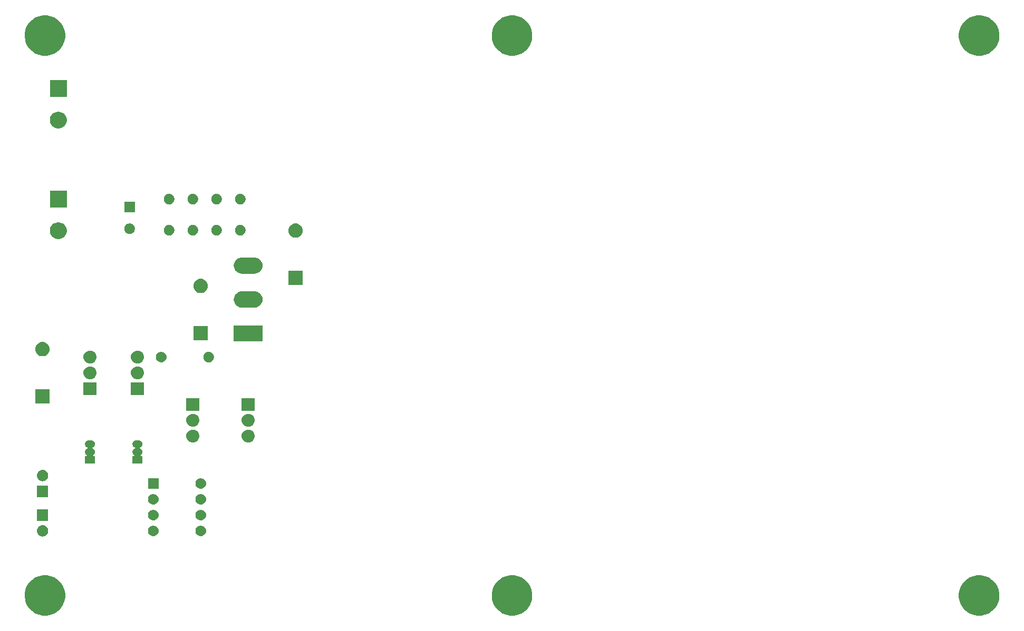
<source format=gbr>
G04 #@! TF.GenerationSoftware,KiCad,Pcbnew,(5.1.2)-1*
G04 #@! TF.CreationDate,2020-04-13T00:24:57+02:00*
G04 #@! TF.ProjectId,Plasma-PSU_PCB-B_Flyback-HV,506c6173-6d61-42d5-9053-555f5043422d,0.0.1*
G04 #@! TF.SameCoordinates,Original*
G04 #@! TF.FileFunction,Soldermask,Bot*
G04 #@! TF.FilePolarity,Negative*
%FSLAX46Y46*%
G04 Gerber Fmt 4.6, Leading zero omitted, Abs format (unit mm)*
G04 Created by KiCad (PCBNEW (5.1.2)-1) date 2020-04-13 00:24:57*
%MOMM*%
%LPD*%
G04 APERTURE LIST*
%ADD10C,0.100000*%
G04 APERTURE END LIST*
D10*
G36*
X205634239Y-141811467D02*
G01*
X205948282Y-141873934D01*
X206539926Y-142119001D01*
X207072392Y-142474784D01*
X207525216Y-142927608D01*
X207880999Y-143460074D01*
X208126066Y-144051718D01*
X208126066Y-144051719D01*
X208251000Y-144679803D01*
X208251000Y-145320197D01*
X208188533Y-145634239D01*
X208126066Y-145948282D01*
X207880999Y-146539926D01*
X207525216Y-147072392D01*
X207072392Y-147525216D01*
X206539926Y-147880999D01*
X205948282Y-148126066D01*
X205634239Y-148188533D01*
X205320197Y-148251000D01*
X204679803Y-148251000D01*
X204365761Y-148188533D01*
X204051718Y-148126066D01*
X203460074Y-147880999D01*
X202927608Y-147525216D01*
X202474784Y-147072392D01*
X202119001Y-146539926D01*
X201873934Y-145948282D01*
X201811467Y-145634239D01*
X201749000Y-145320197D01*
X201749000Y-144679803D01*
X201873934Y-144051719D01*
X201873934Y-144051718D01*
X202119001Y-143460074D01*
X202474784Y-142927608D01*
X202927608Y-142474784D01*
X203460074Y-142119001D01*
X204051718Y-141873934D01*
X204365761Y-141811467D01*
X204679803Y-141749000D01*
X205320197Y-141749000D01*
X205634239Y-141811467D01*
X205634239Y-141811467D01*
G37*
G36*
X130634239Y-141811467D02*
G01*
X130948282Y-141873934D01*
X131539926Y-142119001D01*
X132072392Y-142474784D01*
X132525216Y-142927608D01*
X132880999Y-143460074D01*
X133126066Y-144051718D01*
X133126066Y-144051719D01*
X133251000Y-144679803D01*
X133251000Y-145320197D01*
X133188533Y-145634239D01*
X133126066Y-145948282D01*
X132880999Y-146539926D01*
X132525216Y-147072392D01*
X132072392Y-147525216D01*
X131539926Y-147880999D01*
X130948282Y-148126066D01*
X130634239Y-148188533D01*
X130320197Y-148251000D01*
X129679803Y-148251000D01*
X129365761Y-148188533D01*
X129051718Y-148126066D01*
X128460074Y-147880999D01*
X127927608Y-147525216D01*
X127474784Y-147072392D01*
X127119001Y-146539926D01*
X126873934Y-145948282D01*
X126811467Y-145634239D01*
X126749000Y-145320197D01*
X126749000Y-144679803D01*
X126873934Y-144051719D01*
X126873934Y-144051718D01*
X127119001Y-143460074D01*
X127474784Y-142927608D01*
X127927608Y-142474784D01*
X128460074Y-142119001D01*
X129051718Y-141873934D01*
X129365761Y-141811467D01*
X129679803Y-141749000D01*
X130320197Y-141749000D01*
X130634239Y-141811467D01*
X130634239Y-141811467D01*
G37*
G36*
X55634239Y-141811467D02*
G01*
X55948282Y-141873934D01*
X56539926Y-142119001D01*
X57072392Y-142474784D01*
X57525216Y-142927608D01*
X57880999Y-143460074D01*
X58126066Y-144051718D01*
X58126066Y-144051719D01*
X58251000Y-144679803D01*
X58251000Y-145320197D01*
X58188533Y-145634239D01*
X58126066Y-145948282D01*
X57880999Y-146539926D01*
X57525216Y-147072392D01*
X57072392Y-147525216D01*
X56539926Y-147880999D01*
X55948282Y-148126066D01*
X55634239Y-148188533D01*
X55320197Y-148251000D01*
X54679803Y-148251000D01*
X54365761Y-148188533D01*
X54051718Y-148126066D01*
X53460074Y-147880999D01*
X52927608Y-147525216D01*
X52474784Y-147072392D01*
X52119001Y-146539926D01*
X51873934Y-145948282D01*
X51811467Y-145634239D01*
X51749000Y-145320197D01*
X51749000Y-144679803D01*
X51873934Y-144051719D01*
X51873934Y-144051718D01*
X52119001Y-143460074D01*
X52474784Y-142927608D01*
X52927608Y-142474784D01*
X53460074Y-142119001D01*
X54051718Y-141873934D01*
X54365761Y-141811467D01*
X54679803Y-141749000D01*
X55320197Y-141749000D01*
X55634239Y-141811467D01*
X55634239Y-141811467D01*
G37*
G36*
X54720443Y-133725519D02*
G01*
X54786627Y-133732037D01*
X54956466Y-133783557D01*
X55112991Y-133867222D01*
X55148729Y-133896552D01*
X55250186Y-133979814D01*
X55333448Y-134081271D01*
X55362778Y-134117009D01*
X55446443Y-134273534D01*
X55497963Y-134443373D01*
X55515359Y-134620000D01*
X55497963Y-134796627D01*
X55446443Y-134966466D01*
X55362778Y-135122991D01*
X55333448Y-135158729D01*
X55250186Y-135260186D01*
X55148729Y-135343448D01*
X55112991Y-135372778D01*
X54956466Y-135456443D01*
X54786627Y-135507963D01*
X54720443Y-135514481D01*
X54654260Y-135521000D01*
X54565740Y-135521000D01*
X54499557Y-135514481D01*
X54433373Y-135507963D01*
X54263534Y-135456443D01*
X54107009Y-135372778D01*
X54071271Y-135343448D01*
X53969814Y-135260186D01*
X53886552Y-135158729D01*
X53857222Y-135122991D01*
X53773557Y-134966466D01*
X53722037Y-134796627D01*
X53704641Y-134620000D01*
X53722037Y-134443373D01*
X53773557Y-134273534D01*
X53857222Y-134117009D01*
X53886552Y-134081271D01*
X53969814Y-133979814D01*
X54071271Y-133896552D01*
X54107009Y-133867222D01*
X54263534Y-133783557D01*
X54433373Y-133732037D01*
X54499557Y-133725519D01*
X54565740Y-133719000D01*
X54654260Y-133719000D01*
X54720443Y-133725519D01*
X54720443Y-133725519D01*
G37*
G36*
X80176823Y-133781313D02*
G01*
X80337242Y-133829976D01*
X80406922Y-133867221D01*
X80485078Y-133908996D01*
X80614659Y-134015341D01*
X80721004Y-134144922D01*
X80721005Y-134144924D01*
X80800024Y-134292758D01*
X80848687Y-134453177D01*
X80865117Y-134620000D01*
X80848687Y-134786823D01*
X80800024Y-134947242D01*
X80789747Y-134966468D01*
X80721004Y-135095078D01*
X80614659Y-135224659D01*
X80485078Y-135331004D01*
X80485076Y-135331005D01*
X80337242Y-135410024D01*
X80176823Y-135458687D01*
X80051804Y-135471000D01*
X79968196Y-135471000D01*
X79843177Y-135458687D01*
X79682758Y-135410024D01*
X79534924Y-135331005D01*
X79534922Y-135331004D01*
X79405341Y-135224659D01*
X79298996Y-135095078D01*
X79230253Y-134966468D01*
X79219976Y-134947242D01*
X79171313Y-134786823D01*
X79154883Y-134620000D01*
X79171313Y-134453177D01*
X79219976Y-134292758D01*
X79298995Y-134144924D01*
X79298996Y-134144922D01*
X79405341Y-134015341D01*
X79534922Y-133908996D01*
X79613078Y-133867221D01*
X79682758Y-133829976D01*
X79843177Y-133781313D01*
X79968196Y-133769000D01*
X80051804Y-133769000D01*
X80176823Y-133781313D01*
X80176823Y-133781313D01*
G37*
G36*
X72556823Y-133781313D02*
G01*
X72717242Y-133829976D01*
X72786922Y-133867221D01*
X72865078Y-133908996D01*
X72994659Y-134015341D01*
X73101004Y-134144922D01*
X73101005Y-134144924D01*
X73180024Y-134292758D01*
X73228687Y-134453177D01*
X73245117Y-134620000D01*
X73228687Y-134786823D01*
X73180024Y-134947242D01*
X73169747Y-134966468D01*
X73101004Y-135095078D01*
X72994659Y-135224659D01*
X72865078Y-135331004D01*
X72865076Y-135331005D01*
X72717242Y-135410024D01*
X72556823Y-135458687D01*
X72431804Y-135471000D01*
X72348196Y-135471000D01*
X72223177Y-135458687D01*
X72062758Y-135410024D01*
X71914924Y-135331005D01*
X71914922Y-135331004D01*
X71785341Y-135224659D01*
X71678996Y-135095078D01*
X71610253Y-134966468D01*
X71599976Y-134947242D01*
X71551313Y-134786823D01*
X71534883Y-134620000D01*
X71551313Y-134453177D01*
X71599976Y-134292758D01*
X71678995Y-134144924D01*
X71678996Y-134144922D01*
X71785341Y-134015341D01*
X71914922Y-133908996D01*
X71993078Y-133867221D01*
X72062758Y-133829976D01*
X72223177Y-133781313D01*
X72348196Y-133769000D01*
X72431804Y-133769000D01*
X72556823Y-133781313D01*
X72556823Y-133781313D01*
G37*
G36*
X55511000Y-132981000D02*
G01*
X53709000Y-132981000D01*
X53709000Y-131179000D01*
X55511000Y-131179000D01*
X55511000Y-132981000D01*
X55511000Y-132981000D01*
G37*
G36*
X80176823Y-131241313D02*
G01*
X80337242Y-131289976D01*
X80469906Y-131360886D01*
X80485078Y-131368996D01*
X80614659Y-131475341D01*
X80721004Y-131604922D01*
X80721005Y-131604924D01*
X80800024Y-131752758D01*
X80848687Y-131913177D01*
X80865117Y-132080000D01*
X80848687Y-132246823D01*
X80800024Y-132407242D01*
X80729114Y-132539906D01*
X80721004Y-132555078D01*
X80614659Y-132684659D01*
X80485078Y-132791004D01*
X80485076Y-132791005D01*
X80337242Y-132870024D01*
X80176823Y-132918687D01*
X80051804Y-132931000D01*
X79968196Y-132931000D01*
X79843177Y-132918687D01*
X79682758Y-132870024D01*
X79534924Y-132791005D01*
X79534922Y-132791004D01*
X79405341Y-132684659D01*
X79298996Y-132555078D01*
X79290886Y-132539906D01*
X79219976Y-132407242D01*
X79171313Y-132246823D01*
X79154883Y-132080000D01*
X79171313Y-131913177D01*
X79219976Y-131752758D01*
X79298995Y-131604924D01*
X79298996Y-131604922D01*
X79405341Y-131475341D01*
X79534922Y-131368996D01*
X79550094Y-131360886D01*
X79682758Y-131289976D01*
X79843177Y-131241313D01*
X79968196Y-131229000D01*
X80051804Y-131229000D01*
X80176823Y-131241313D01*
X80176823Y-131241313D01*
G37*
G36*
X72556823Y-131241313D02*
G01*
X72717242Y-131289976D01*
X72849906Y-131360886D01*
X72865078Y-131368996D01*
X72994659Y-131475341D01*
X73101004Y-131604922D01*
X73101005Y-131604924D01*
X73180024Y-131752758D01*
X73228687Y-131913177D01*
X73245117Y-132080000D01*
X73228687Y-132246823D01*
X73180024Y-132407242D01*
X73109114Y-132539906D01*
X73101004Y-132555078D01*
X72994659Y-132684659D01*
X72865078Y-132791004D01*
X72865076Y-132791005D01*
X72717242Y-132870024D01*
X72556823Y-132918687D01*
X72431804Y-132931000D01*
X72348196Y-132931000D01*
X72223177Y-132918687D01*
X72062758Y-132870024D01*
X71914924Y-132791005D01*
X71914922Y-132791004D01*
X71785341Y-132684659D01*
X71678996Y-132555078D01*
X71670886Y-132539906D01*
X71599976Y-132407242D01*
X71551313Y-132246823D01*
X71534883Y-132080000D01*
X71551313Y-131913177D01*
X71599976Y-131752758D01*
X71678995Y-131604924D01*
X71678996Y-131604922D01*
X71785341Y-131475341D01*
X71914922Y-131368996D01*
X71930094Y-131360886D01*
X72062758Y-131289976D01*
X72223177Y-131241313D01*
X72348196Y-131229000D01*
X72431804Y-131229000D01*
X72556823Y-131241313D01*
X72556823Y-131241313D01*
G37*
G36*
X80176823Y-128701313D02*
G01*
X80337242Y-128749976D01*
X80469906Y-128820886D01*
X80485078Y-128828996D01*
X80614659Y-128935341D01*
X80721004Y-129064922D01*
X80721005Y-129064924D01*
X80800024Y-129212758D01*
X80848687Y-129373177D01*
X80865117Y-129540000D01*
X80848687Y-129706823D01*
X80800024Y-129867242D01*
X80729114Y-129999906D01*
X80721004Y-130015078D01*
X80614659Y-130144659D01*
X80485078Y-130251004D01*
X80485076Y-130251005D01*
X80337242Y-130330024D01*
X80176823Y-130378687D01*
X80051804Y-130391000D01*
X79968196Y-130391000D01*
X79843177Y-130378687D01*
X79682758Y-130330024D01*
X79534924Y-130251005D01*
X79534922Y-130251004D01*
X79405341Y-130144659D01*
X79298996Y-130015078D01*
X79290886Y-129999906D01*
X79219976Y-129867242D01*
X79171313Y-129706823D01*
X79154883Y-129540000D01*
X79171313Y-129373177D01*
X79219976Y-129212758D01*
X79298995Y-129064924D01*
X79298996Y-129064922D01*
X79405341Y-128935341D01*
X79534922Y-128828996D01*
X79550094Y-128820886D01*
X79682758Y-128749976D01*
X79843177Y-128701313D01*
X79968196Y-128689000D01*
X80051804Y-128689000D01*
X80176823Y-128701313D01*
X80176823Y-128701313D01*
G37*
G36*
X72556823Y-128701313D02*
G01*
X72717242Y-128749976D01*
X72849906Y-128820886D01*
X72865078Y-128828996D01*
X72994659Y-128935341D01*
X73101004Y-129064922D01*
X73101005Y-129064924D01*
X73180024Y-129212758D01*
X73228687Y-129373177D01*
X73245117Y-129540000D01*
X73228687Y-129706823D01*
X73180024Y-129867242D01*
X73109114Y-129999906D01*
X73101004Y-130015078D01*
X72994659Y-130144659D01*
X72865078Y-130251004D01*
X72865076Y-130251005D01*
X72717242Y-130330024D01*
X72556823Y-130378687D01*
X72431804Y-130391000D01*
X72348196Y-130391000D01*
X72223177Y-130378687D01*
X72062758Y-130330024D01*
X71914924Y-130251005D01*
X71914922Y-130251004D01*
X71785341Y-130144659D01*
X71678996Y-130015078D01*
X71670886Y-129999906D01*
X71599976Y-129867242D01*
X71551313Y-129706823D01*
X71534883Y-129540000D01*
X71551313Y-129373177D01*
X71599976Y-129212758D01*
X71678995Y-129064924D01*
X71678996Y-129064922D01*
X71785341Y-128935341D01*
X71914922Y-128828996D01*
X71930094Y-128820886D01*
X72062758Y-128749976D01*
X72223177Y-128701313D01*
X72348196Y-128689000D01*
X72431804Y-128689000D01*
X72556823Y-128701313D01*
X72556823Y-128701313D01*
G37*
G36*
X55511000Y-129171000D02*
G01*
X53709000Y-129171000D01*
X53709000Y-127369000D01*
X55511000Y-127369000D01*
X55511000Y-129171000D01*
X55511000Y-129171000D01*
G37*
G36*
X80176823Y-126161313D02*
G01*
X80337242Y-126209976D01*
X80469906Y-126280886D01*
X80485078Y-126288996D01*
X80614659Y-126395341D01*
X80721004Y-126524922D01*
X80721005Y-126524924D01*
X80800024Y-126672758D01*
X80848687Y-126833177D01*
X80865117Y-127000000D01*
X80848687Y-127166823D01*
X80800024Y-127327242D01*
X80729114Y-127459906D01*
X80721004Y-127475078D01*
X80614659Y-127604659D01*
X80485078Y-127711004D01*
X80485076Y-127711005D01*
X80337242Y-127790024D01*
X80176823Y-127838687D01*
X80051804Y-127851000D01*
X79968196Y-127851000D01*
X79843177Y-127838687D01*
X79682758Y-127790024D01*
X79534924Y-127711005D01*
X79534922Y-127711004D01*
X79405341Y-127604659D01*
X79298996Y-127475078D01*
X79290886Y-127459906D01*
X79219976Y-127327242D01*
X79171313Y-127166823D01*
X79154883Y-127000000D01*
X79171313Y-126833177D01*
X79219976Y-126672758D01*
X79298995Y-126524924D01*
X79298996Y-126524922D01*
X79405341Y-126395341D01*
X79534922Y-126288996D01*
X79550094Y-126280886D01*
X79682758Y-126209976D01*
X79843177Y-126161313D01*
X79968196Y-126149000D01*
X80051804Y-126149000D01*
X80176823Y-126161313D01*
X80176823Y-126161313D01*
G37*
G36*
X73241000Y-127851000D02*
G01*
X71539000Y-127851000D01*
X71539000Y-126149000D01*
X73241000Y-126149000D01*
X73241000Y-127851000D01*
X73241000Y-127851000D01*
G37*
G36*
X54720443Y-124835519D02*
G01*
X54786627Y-124842037D01*
X54956466Y-124893557D01*
X55112991Y-124977222D01*
X55148729Y-125006552D01*
X55250186Y-125089814D01*
X55333448Y-125191271D01*
X55362778Y-125227009D01*
X55446443Y-125383534D01*
X55497963Y-125553373D01*
X55515359Y-125730000D01*
X55497963Y-125906627D01*
X55446443Y-126076466D01*
X55362778Y-126232991D01*
X55333448Y-126268729D01*
X55250186Y-126370186D01*
X55148729Y-126453448D01*
X55112991Y-126482778D01*
X54956466Y-126566443D01*
X54786627Y-126617963D01*
X54720442Y-126624482D01*
X54654260Y-126631000D01*
X54565740Y-126631000D01*
X54499558Y-126624482D01*
X54433373Y-126617963D01*
X54263534Y-126566443D01*
X54107009Y-126482778D01*
X54071271Y-126453448D01*
X53969814Y-126370186D01*
X53886552Y-126268729D01*
X53857222Y-126232991D01*
X53773557Y-126076466D01*
X53722037Y-125906627D01*
X53704641Y-125730000D01*
X53722037Y-125553373D01*
X53773557Y-125383534D01*
X53857222Y-125227009D01*
X53886552Y-125191271D01*
X53969814Y-125089814D01*
X54071271Y-125006552D01*
X54107009Y-124977222D01*
X54263534Y-124893557D01*
X54433373Y-124842037D01*
X54499557Y-124835519D01*
X54565740Y-124829000D01*
X54654260Y-124829000D01*
X54720443Y-124835519D01*
X54720443Y-124835519D01*
G37*
G36*
X62567916Y-120082334D02*
G01*
X62676492Y-120115271D01*
X62676495Y-120115272D01*
X62712601Y-120134571D01*
X62776557Y-120168756D01*
X62864264Y-120240736D01*
X62936244Y-120328443D01*
X62957911Y-120368980D01*
X62989728Y-120428505D01*
X62989729Y-120428508D01*
X63022666Y-120537084D01*
X63033787Y-120650000D01*
X63022666Y-120762916D01*
X62989729Y-120871492D01*
X62989728Y-120871495D01*
X62970429Y-120907601D01*
X62936244Y-120971557D01*
X62864264Y-121059264D01*
X62776557Y-121131244D01*
X62695141Y-121174761D01*
X62674766Y-121188375D01*
X62657439Y-121205702D01*
X62643826Y-121226076D01*
X62634448Y-121248715D01*
X62629668Y-121272748D01*
X62629668Y-121297252D01*
X62634448Y-121321285D01*
X62643826Y-121343924D01*
X62657440Y-121364299D01*
X62674767Y-121381626D01*
X62695141Y-121395239D01*
X62776557Y-121438756D01*
X62864264Y-121510736D01*
X62936244Y-121598443D01*
X62970429Y-121662399D01*
X62989728Y-121698505D01*
X62989729Y-121698508D01*
X63022666Y-121807084D01*
X63033787Y-121920000D01*
X63022666Y-122032916D01*
X62989729Y-122141492D01*
X62989728Y-122141495D01*
X62970429Y-122177601D01*
X62936244Y-122241557D01*
X62864264Y-122329264D01*
X62787354Y-122392383D01*
X62770035Y-122409702D01*
X62756421Y-122430077D01*
X62747043Y-122452716D01*
X62742263Y-122476749D01*
X62742263Y-122501253D01*
X62747043Y-122525286D01*
X62756421Y-122547925D01*
X62770034Y-122568299D01*
X62787361Y-122585626D01*
X62807736Y-122599240D01*
X62830375Y-122608618D01*
X62854408Y-122613398D01*
X62866660Y-122614000D01*
X63031000Y-122614000D01*
X63031000Y-123766000D01*
X61429000Y-123766000D01*
X61429000Y-122614000D01*
X61593340Y-122614000D01*
X61617726Y-122611598D01*
X61641175Y-122604485D01*
X61662786Y-122592934D01*
X61681728Y-122577389D01*
X61697273Y-122558447D01*
X61708824Y-122536836D01*
X61715937Y-122513387D01*
X61718339Y-122489001D01*
X61715937Y-122464615D01*
X61708824Y-122441166D01*
X61697273Y-122419555D01*
X61681728Y-122400613D01*
X61672655Y-122392391D01*
X61595736Y-122329264D01*
X61523756Y-122241557D01*
X61489571Y-122177601D01*
X61470272Y-122141495D01*
X61470271Y-122141492D01*
X61437334Y-122032916D01*
X61426213Y-121920000D01*
X61437334Y-121807084D01*
X61470271Y-121698508D01*
X61470272Y-121698505D01*
X61489571Y-121662399D01*
X61523756Y-121598443D01*
X61595736Y-121510736D01*
X61683443Y-121438756D01*
X61764859Y-121395239D01*
X61785234Y-121381625D01*
X61802561Y-121364298D01*
X61816174Y-121343924D01*
X61825552Y-121321285D01*
X61830332Y-121297252D01*
X61830332Y-121272748D01*
X61825552Y-121248715D01*
X61816174Y-121226076D01*
X61802560Y-121205701D01*
X61785233Y-121188374D01*
X61764859Y-121174761D01*
X61683443Y-121131244D01*
X61595736Y-121059264D01*
X61523756Y-120971557D01*
X61489571Y-120907601D01*
X61470272Y-120871495D01*
X61470271Y-120871492D01*
X61437334Y-120762916D01*
X61426213Y-120650000D01*
X61437334Y-120537084D01*
X61470271Y-120428508D01*
X61470272Y-120428505D01*
X61502089Y-120368980D01*
X61523756Y-120328443D01*
X61595736Y-120240736D01*
X61683443Y-120168756D01*
X61747399Y-120134571D01*
X61783505Y-120115272D01*
X61783508Y-120115271D01*
X61892084Y-120082334D01*
X61976702Y-120074000D01*
X62483298Y-120074000D01*
X62567916Y-120082334D01*
X62567916Y-120082334D01*
G37*
G36*
X70187916Y-120082334D02*
G01*
X70296492Y-120115271D01*
X70296495Y-120115272D01*
X70332601Y-120134571D01*
X70396557Y-120168756D01*
X70484264Y-120240736D01*
X70556244Y-120328443D01*
X70577911Y-120368980D01*
X70609728Y-120428505D01*
X70609729Y-120428508D01*
X70642666Y-120537084D01*
X70653787Y-120650000D01*
X70642666Y-120762916D01*
X70609729Y-120871492D01*
X70609728Y-120871495D01*
X70590429Y-120907601D01*
X70556244Y-120971557D01*
X70484264Y-121059264D01*
X70396557Y-121131244D01*
X70315141Y-121174761D01*
X70294766Y-121188375D01*
X70277439Y-121205702D01*
X70263826Y-121226076D01*
X70254448Y-121248715D01*
X70249668Y-121272748D01*
X70249668Y-121297252D01*
X70254448Y-121321285D01*
X70263826Y-121343924D01*
X70277440Y-121364299D01*
X70294767Y-121381626D01*
X70315141Y-121395239D01*
X70396557Y-121438756D01*
X70484264Y-121510736D01*
X70556244Y-121598443D01*
X70590429Y-121662399D01*
X70609728Y-121698505D01*
X70609729Y-121698508D01*
X70642666Y-121807084D01*
X70653787Y-121920000D01*
X70642666Y-122032916D01*
X70609729Y-122141492D01*
X70609728Y-122141495D01*
X70590429Y-122177601D01*
X70556244Y-122241557D01*
X70484264Y-122329264D01*
X70407354Y-122392383D01*
X70390035Y-122409702D01*
X70376421Y-122430077D01*
X70367043Y-122452716D01*
X70362263Y-122476749D01*
X70362263Y-122501253D01*
X70367043Y-122525286D01*
X70376421Y-122547925D01*
X70390034Y-122568299D01*
X70407361Y-122585626D01*
X70427736Y-122599240D01*
X70450375Y-122608618D01*
X70474408Y-122613398D01*
X70486660Y-122614000D01*
X70651000Y-122614000D01*
X70651000Y-123766000D01*
X69049000Y-123766000D01*
X69049000Y-122614000D01*
X69213340Y-122614000D01*
X69237726Y-122611598D01*
X69261175Y-122604485D01*
X69282786Y-122592934D01*
X69301728Y-122577389D01*
X69317273Y-122558447D01*
X69328824Y-122536836D01*
X69335937Y-122513387D01*
X69338339Y-122489001D01*
X69335937Y-122464615D01*
X69328824Y-122441166D01*
X69317273Y-122419555D01*
X69301728Y-122400613D01*
X69292655Y-122392391D01*
X69215736Y-122329264D01*
X69143756Y-122241557D01*
X69109571Y-122177601D01*
X69090272Y-122141495D01*
X69090271Y-122141492D01*
X69057334Y-122032916D01*
X69046213Y-121920000D01*
X69057334Y-121807084D01*
X69090271Y-121698508D01*
X69090272Y-121698505D01*
X69109571Y-121662399D01*
X69143756Y-121598443D01*
X69215736Y-121510736D01*
X69303443Y-121438756D01*
X69384859Y-121395239D01*
X69405234Y-121381625D01*
X69422561Y-121364298D01*
X69436174Y-121343924D01*
X69445552Y-121321285D01*
X69450332Y-121297252D01*
X69450332Y-121272748D01*
X69445552Y-121248715D01*
X69436174Y-121226076D01*
X69422560Y-121205701D01*
X69405233Y-121188374D01*
X69384859Y-121174761D01*
X69303443Y-121131244D01*
X69215736Y-121059264D01*
X69143756Y-120971557D01*
X69109571Y-120907601D01*
X69090272Y-120871495D01*
X69090271Y-120871492D01*
X69057334Y-120762916D01*
X69046213Y-120650000D01*
X69057334Y-120537084D01*
X69090271Y-120428508D01*
X69090272Y-120428505D01*
X69122089Y-120368980D01*
X69143756Y-120328443D01*
X69215736Y-120240736D01*
X69303443Y-120168756D01*
X69367399Y-120134571D01*
X69403505Y-120115272D01*
X69403508Y-120115271D01*
X69512084Y-120082334D01*
X69596702Y-120074000D01*
X70103298Y-120074000D01*
X70187916Y-120082334D01*
X70187916Y-120082334D01*
G37*
G36*
X87775936Y-118381340D02*
G01*
X87874220Y-118391020D01*
X88063381Y-118448401D01*
X88237712Y-118541583D01*
X88390515Y-118666985D01*
X88515917Y-118819788D01*
X88609099Y-118994119D01*
X88666480Y-119183280D01*
X88685855Y-119380000D01*
X88666480Y-119576720D01*
X88609099Y-119765881D01*
X88515917Y-119940212D01*
X88390515Y-120093015D01*
X88237712Y-120218417D01*
X88063381Y-120311599D01*
X87874220Y-120368980D01*
X87775936Y-120378660D01*
X87726795Y-120383500D01*
X87533205Y-120383500D01*
X87484064Y-120378660D01*
X87385780Y-120368980D01*
X87196619Y-120311599D01*
X87022288Y-120218417D01*
X86869485Y-120093015D01*
X86744083Y-119940212D01*
X86650901Y-119765881D01*
X86593520Y-119576720D01*
X86574145Y-119380000D01*
X86593520Y-119183280D01*
X86650901Y-118994119D01*
X86744083Y-118819788D01*
X86869485Y-118666985D01*
X87022288Y-118541583D01*
X87196619Y-118448401D01*
X87385780Y-118391020D01*
X87484064Y-118381340D01*
X87533205Y-118376500D01*
X87726795Y-118376500D01*
X87775936Y-118381340D01*
X87775936Y-118381340D01*
G37*
G36*
X78885936Y-118381340D02*
G01*
X78984220Y-118391020D01*
X79173381Y-118448401D01*
X79347712Y-118541583D01*
X79500515Y-118666985D01*
X79625917Y-118819788D01*
X79719099Y-118994119D01*
X79776480Y-119183280D01*
X79795855Y-119380000D01*
X79776480Y-119576720D01*
X79719099Y-119765881D01*
X79625917Y-119940212D01*
X79500515Y-120093015D01*
X79347712Y-120218417D01*
X79173381Y-120311599D01*
X78984220Y-120368980D01*
X78885936Y-120378660D01*
X78836795Y-120383500D01*
X78643205Y-120383500D01*
X78594064Y-120378660D01*
X78495780Y-120368980D01*
X78306619Y-120311599D01*
X78132288Y-120218417D01*
X77979485Y-120093015D01*
X77854083Y-119940212D01*
X77760901Y-119765881D01*
X77703520Y-119576720D01*
X77684145Y-119380000D01*
X77703520Y-119183280D01*
X77760901Y-118994119D01*
X77854083Y-118819788D01*
X77979485Y-118666985D01*
X78132288Y-118541583D01*
X78306619Y-118448401D01*
X78495780Y-118391020D01*
X78594064Y-118381340D01*
X78643205Y-118376500D01*
X78836795Y-118376500D01*
X78885936Y-118381340D01*
X78885936Y-118381340D01*
G37*
G36*
X78885936Y-115841340D02*
G01*
X78984220Y-115851020D01*
X79173381Y-115908401D01*
X79347712Y-116001583D01*
X79500515Y-116126985D01*
X79625917Y-116279788D01*
X79719099Y-116454119D01*
X79776480Y-116643280D01*
X79795855Y-116840000D01*
X79776480Y-117036720D01*
X79719099Y-117225881D01*
X79625917Y-117400212D01*
X79500515Y-117553015D01*
X79347712Y-117678417D01*
X79173381Y-117771599D01*
X78984220Y-117828980D01*
X78885936Y-117838660D01*
X78836795Y-117843500D01*
X78643205Y-117843500D01*
X78594064Y-117838660D01*
X78495780Y-117828980D01*
X78306619Y-117771599D01*
X78132288Y-117678417D01*
X77979485Y-117553015D01*
X77854083Y-117400212D01*
X77760901Y-117225881D01*
X77703520Y-117036720D01*
X77684145Y-116840000D01*
X77703520Y-116643280D01*
X77760901Y-116454119D01*
X77854083Y-116279788D01*
X77979485Y-116126985D01*
X78132288Y-116001583D01*
X78306619Y-115908401D01*
X78495780Y-115851020D01*
X78594064Y-115841340D01*
X78643205Y-115836500D01*
X78836795Y-115836500D01*
X78885936Y-115841340D01*
X78885936Y-115841340D01*
G37*
G36*
X87775936Y-115841340D02*
G01*
X87874220Y-115851020D01*
X88063381Y-115908401D01*
X88237712Y-116001583D01*
X88390515Y-116126985D01*
X88515917Y-116279788D01*
X88609099Y-116454119D01*
X88666480Y-116643280D01*
X88685855Y-116840000D01*
X88666480Y-117036720D01*
X88609099Y-117225881D01*
X88515917Y-117400212D01*
X88390515Y-117553015D01*
X88237712Y-117678417D01*
X88063381Y-117771599D01*
X87874220Y-117828980D01*
X87775936Y-117838660D01*
X87726795Y-117843500D01*
X87533205Y-117843500D01*
X87484064Y-117838660D01*
X87385780Y-117828980D01*
X87196619Y-117771599D01*
X87022288Y-117678417D01*
X86869485Y-117553015D01*
X86744083Y-117400212D01*
X86650901Y-117225881D01*
X86593520Y-117036720D01*
X86574145Y-116840000D01*
X86593520Y-116643280D01*
X86650901Y-116454119D01*
X86744083Y-116279788D01*
X86869485Y-116126985D01*
X87022288Y-116001583D01*
X87196619Y-115908401D01*
X87385780Y-115851020D01*
X87484064Y-115841340D01*
X87533205Y-115836500D01*
X87726795Y-115836500D01*
X87775936Y-115841340D01*
X87775936Y-115841340D01*
G37*
G36*
X88681000Y-115303500D02*
G01*
X86579000Y-115303500D01*
X86579000Y-113296500D01*
X88681000Y-113296500D01*
X88681000Y-115303500D01*
X88681000Y-115303500D01*
G37*
G36*
X79791000Y-115303500D02*
G01*
X77689000Y-115303500D01*
X77689000Y-113296500D01*
X79791000Y-113296500D01*
X79791000Y-115303500D01*
X79791000Y-115303500D01*
G37*
G36*
X55761000Y-114181000D02*
G01*
X53459000Y-114181000D01*
X53459000Y-111879000D01*
X55761000Y-111879000D01*
X55761000Y-114181000D01*
X55761000Y-114181000D01*
G37*
G36*
X63281000Y-112763500D02*
G01*
X61179000Y-112763500D01*
X61179000Y-110756500D01*
X63281000Y-110756500D01*
X63281000Y-112763500D01*
X63281000Y-112763500D01*
G37*
G36*
X70901000Y-112763500D02*
G01*
X68799000Y-112763500D01*
X68799000Y-110756500D01*
X70901000Y-110756500D01*
X70901000Y-112763500D01*
X70901000Y-112763500D01*
G37*
G36*
X62375936Y-108221340D02*
G01*
X62474220Y-108231020D01*
X62663381Y-108288401D01*
X62837712Y-108381583D01*
X62990515Y-108506985D01*
X63115917Y-108659788D01*
X63209099Y-108834119D01*
X63266480Y-109023280D01*
X63285855Y-109220000D01*
X63266480Y-109416720D01*
X63209099Y-109605881D01*
X63115917Y-109780212D01*
X62990515Y-109933015D01*
X62837712Y-110058417D01*
X62663381Y-110151599D01*
X62474220Y-110208980D01*
X62375936Y-110218660D01*
X62326795Y-110223500D01*
X62133205Y-110223500D01*
X62084064Y-110218660D01*
X61985780Y-110208980D01*
X61796619Y-110151599D01*
X61622288Y-110058417D01*
X61469485Y-109933015D01*
X61344083Y-109780212D01*
X61250901Y-109605881D01*
X61193520Y-109416720D01*
X61174145Y-109220000D01*
X61193520Y-109023280D01*
X61250901Y-108834119D01*
X61344083Y-108659788D01*
X61469485Y-108506985D01*
X61622288Y-108381583D01*
X61796619Y-108288401D01*
X61985780Y-108231020D01*
X62084064Y-108221340D01*
X62133205Y-108216500D01*
X62326795Y-108216500D01*
X62375936Y-108221340D01*
X62375936Y-108221340D01*
G37*
G36*
X69995936Y-108221340D02*
G01*
X70094220Y-108231020D01*
X70283381Y-108288401D01*
X70457712Y-108381583D01*
X70610515Y-108506985D01*
X70735917Y-108659788D01*
X70829099Y-108834119D01*
X70886480Y-109023280D01*
X70905855Y-109220000D01*
X70886480Y-109416720D01*
X70829099Y-109605881D01*
X70735917Y-109780212D01*
X70610515Y-109933015D01*
X70457712Y-110058417D01*
X70283381Y-110151599D01*
X70094220Y-110208980D01*
X69995936Y-110218660D01*
X69946795Y-110223500D01*
X69753205Y-110223500D01*
X69704064Y-110218660D01*
X69605780Y-110208980D01*
X69416619Y-110151599D01*
X69242288Y-110058417D01*
X69089485Y-109933015D01*
X68964083Y-109780212D01*
X68870901Y-109605881D01*
X68813520Y-109416720D01*
X68794145Y-109220000D01*
X68813520Y-109023280D01*
X68870901Y-108834119D01*
X68964083Y-108659788D01*
X69089485Y-108506985D01*
X69242288Y-108381583D01*
X69416619Y-108288401D01*
X69605780Y-108231020D01*
X69704064Y-108221340D01*
X69753205Y-108216500D01*
X69946795Y-108216500D01*
X69995936Y-108221340D01*
X69995936Y-108221340D01*
G37*
G36*
X62375936Y-105681340D02*
G01*
X62474220Y-105691020D01*
X62663381Y-105748401D01*
X62837712Y-105841583D01*
X62990515Y-105966985D01*
X63115917Y-106119788D01*
X63209099Y-106294119D01*
X63266480Y-106483280D01*
X63285855Y-106680000D01*
X63266480Y-106876720D01*
X63209099Y-107065881D01*
X63115917Y-107240212D01*
X62990515Y-107393015D01*
X62837712Y-107518417D01*
X62663381Y-107611599D01*
X62474220Y-107668980D01*
X62375936Y-107678660D01*
X62326795Y-107683500D01*
X62133205Y-107683500D01*
X62084064Y-107678660D01*
X61985780Y-107668980D01*
X61796619Y-107611599D01*
X61622288Y-107518417D01*
X61469485Y-107393015D01*
X61344083Y-107240212D01*
X61250901Y-107065881D01*
X61193520Y-106876720D01*
X61174145Y-106680000D01*
X61193520Y-106483280D01*
X61250901Y-106294119D01*
X61344083Y-106119788D01*
X61469485Y-105966985D01*
X61622288Y-105841583D01*
X61796619Y-105748401D01*
X61985780Y-105691020D01*
X62084064Y-105681340D01*
X62133205Y-105676500D01*
X62326795Y-105676500D01*
X62375936Y-105681340D01*
X62375936Y-105681340D01*
G37*
G36*
X69995936Y-105681340D02*
G01*
X70094220Y-105691020D01*
X70283381Y-105748401D01*
X70457712Y-105841583D01*
X70610515Y-105966985D01*
X70735917Y-106119788D01*
X70829099Y-106294119D01*
X70886480Y-106483280D01*
X70905855Y-106680000D01*
X70886480Y-106876720D01*
X70829099Y-107065881D01*
X70735917Y-107240212D01*
X70610515Y-107393015D01*
X70457712Y-107518417D01*
X70283381Y-107611599D01*
X70094220Y-107668980D01*
X69995936Y-107678660D01*
X69946795Y-107683500D01*
X69753205Y-107683500D01*
X69704064Y-107678660D01*
X69605780Y-107668980D01*
X69416619Y-107611599D01*
X69242288Y-107518417D01*
X69089485Y-107393015D01*
X68964083Y-107240212D01*
X68870901Y-107065881D01*
X68813520Y-106876720D01*
X68794145Y-106680000D01*
X68813520Y-106483280D01*
X68870901Y-106294119D01*
X68964083Y-106119788D01*
X69089485Y-105966985D01*
X69242288Y-105841583D01*
X69416619Y-105748401D01*
X69605780Y-105691020D01*
X69704064Y-105681340D01*
X69753205Y-105676500D01*
X69946795Y-105676500D01*
X69995936Y-105681340D01*
X69995936Y-105681340D01*
G37*
G36*
X73826823Y-105841313D02*
G01*
X73987242Y-105889976D01*
X74054361Y-105925852D01*
X74135078Y-105968996D01*
X74264659Y-106075341D01*
X74371004Y-106204922D01*
X74371005Y-106204924D01*
X74450024Y-106352758D01*
X74450025Y-106352761D01*
X74455756Y-106371653D01*
X74498687Y-106513177D01*
X74515117Y-106680000D01*
X74498687Y-106846823D01*
X74450024Y-107007242D01*
X74409477Y-107083100D01*
X74371004Y-107155078D01*
X74264659Y-107284659D01*
X74135078Y-107391004D01*
X74135076Y-107391005D01*
X73987242Y-107470024D01*
X73826823Y-107518687D01*
X73701804Y-107531000D01*
X73618196Y-107531000D01*
X73493177Y-107518687D01*
X73332758Y-107470024D01*
X73184924Y-107391005D01*
X73184922Y-107391004D01*
X73055341Y-107284659D01*
X72948996Y-107155078D01*
X72910523Y-107083100D01*
X72869976Y-107007242D01*
X72821313Y-106846823D01*
X72804883Y-106680000D01*
X72821313Y-106513177D01*
X72864244Y-106371653D01*
X72869975Y-106352761D01*
X72869976Y-106352758D01*
X72948995Y-106204924D01*
X72948996Y-106204922D01*
X73055341Y-106075341D01*
X73184922Y-105968996D01*
X73265639Y-105925852D01*
X73332758Y-105889976D01*
X73493177Y-105841313D01*
X73618196Y-105829000D01*
X73701804Y-105829000D01*
X73826823Y-105841313D01*
X73826823Y-105841313D01*
G37*
G36*
X81528228Y-105861703D02*
G01*
X81683100Y-105925853D01*
X81822481Y-106018985D01*
X81941015Y-106137519D01*
X82034147Y-106276900D01*
X82098297Y-106431772D01*
X82131000Y-106596184D01*
X82131000Y-106763816D01*
X82098297Y-106928228D01*
X82034147Y-107083100D01*
X81941015Y-107222481D01*
X81822481Y-107341015D01*
X81683100Y-107434147D01*
X81528228Y-107498297D01*
X81363816Y-107531000D01*
X81196184Y-107531000D01*
X81031772Y-107498297D01*
X80876900Y-107434147D01*
X80737519Y-107341015D01*
X80618985Y-107222481D01*
X80525853Y-107083100D01*
X80461703Y-106928228D01*
X80429000Y-106763816D01*
X80429000Y-106596184D01*
X80461703Y-106431772D01*
X80525853Y-106276900D01*
X80618985Y-106137519D01*
X80737519Y-106018985D01*
X80876900Y-105925853D01*
X81031772Y-105861703D01*
X81196184Y-105829000D01*
X81363816Y-105829000D01*
X81528228Y-105861703D01*
X81528228Y-105861703D01*
G37*
G36*
X54779271Y-104270103D02*
G01*
X54835635Y-104275654D01*
X55052600Y-104341470D01*
X55052602Y-104341471D01*
X55252555Y-104448347D01*
X55427818Y-104592182D01*
X55571653Y-104767445D01*
X55678529Y-104967398D01*
X55678530Y-104967400D01*
X55744346Y-105184365D01*
X55766569Y-105410000D01*
X55744346Y-105635635D01*
X55681954Y-105841314D01*
X55678529Y-105852602D01*
X55571653Y-106052555D01*
X55427818Y-106227818D01*
X55252555Y-106371653D01*
X55052602Y-106478529D01*
X55052600Y-106478530D01*
X54835635Y-106544346D01*
X54779271Y-106549897D01*
X54666545Y-106561000D01*
X54553455Y-106561000D01*
X54440729Y-106549897D01*
X54384365Y-106544346D01*
X54167400Y-106478530D01*
X54167398Y-106478529D01*
X53967445Y-106371653D01*
X53792182Y-106227818D01*
X53648347Y-106052555D01*
X53541471Y-105852602D01*
X53538047Y-105841314D01*
X53475654Y-105635635D01*
X53453431Y-105410000D01*
X53475654Y-105184365D01*
X53541470Y-104967400D01*
X53541471Y-104967398D01*
X53648347Y-104767445D01*
X53792182Y-104592182D01*
X53967445Y-104448347D01*
X54167398Y-104341471D01*
X54167400Y-104341470D01*
X54384365Y-104275654D01*
X54440729Y-104270103D01*
X54553455Y-104259000D01*
X54666545Y-104259000D01*
X54779271Y-104270103D01*
X54779271Y-104270103D01*
G37*
G36*
X89931000Y-104171000D02*
G01*
X85329000Y-104171000D01*
X85329000Y-101569000D01*
X89931000Y-101569000D01*
X89931000Y-104171000D01*
X89931000Y-104171000D01*
G37*
G36*
X81161000Y-104021000D02*
G01*
X78859000Y-104021000D01*
X78859000Y-101719000D01*
X81161000Y-101719000D01*
X81161000Y-104021000D01*
X81161000Y-104021000D01*
G37*
G36*
X88789472Y-96128412D02*
G01*
X88885040Y-96137825D01*
X89130280Y-96212218D01*
X89356294Y-96333025D01*
X89407899Y-96375376D01*
X89554397Y-96495603D01*
X89674624Y-96642101D01*
X89716975Y-96693706D01*
X89837782Y-96919720D01*
X89912175Y-97164960D01*
X89937294Y-97420000D01*
X89912175Y-97675040D01*
X89837782Y-97920280D01*
X89716975Y-98146294D01*
X89674624Y-98197899D01*
X89554397Y-98344397D01*
X89407899Y-98464624D01*
X89356294Y-98506975D01*
X89130280Y-98627782D01*
X88885040Y-98702175D01*
X88789472Y-98711588D01*
X88693906Y-98721000D01*
X86566094Y-98721000D01*
X86470528Y-98711588D01*
X86374960Y-98702175D01*
X86129720Y-98627782D01*
X85903706Y-98506975D01*
X85852101Y-98464624D01*
X85705603Y-98344397D01*
X85585376Y-98197899D01*
X85543025Y-98146294D01*
X85422218Y-97920280D01*
X85347825Y-97675040D01*
X85322706Y-97420000D01*
X85347825Y-97164960D01*
X85422218Y-96919720D01*
X85543025Y-96693706D01*
X85585376Y-96642101D01*
X85705603Y-96495603D01*
X85852101Y-96375376D01*
X85903706Y-96333025D01*
X86129720Y-96212218D01*
X86374960Y-96137825D01*
X86470528Y-96128412D01*
X86566094Y-96119000D01*
X88693906Y-96119000D01*
X88789472Y-96128412D01*
X88789472Y-96128412D01*
G37*
G36*
X80179271Y-94110103D02*
G01*
X80235635Y-94115654D01*
X80452600Y-94181470D01*
X80452602Y-94181471D01*
X80652555Y-94288347D01*
X80827818Y-94432182D01*
X80971653Y-94607445D01*
X81078529Y-94807398D01*
X81144346Y-95024366D01*
X81166569Y-95250000D01*
X81144346Y-95475634D01*
X81078529Y-95692602D01*
X80971653Y-95892555D01*
X80827818Y-96067818D01*
X80652555Y-96211653D01*
X80452602Y-96318529D01*
X80452600Y-96318530D01*
X80235635Y-96384346D01*
X80179271Y-96389897D01*
X80066545Y-96401000D01*
X79953455Y-96401000D01*
X79840729Y-96389897D01*
X79784365Y-96384346D01*
X79567400Y-96318530D01*
X79567398Y-96318529D01*
X79367445Y-96211653D01*
X79192182Y-96067818D01*
X79048347Y-95892555D01*
X78941471Y-95692602D01*
X78875654Y-95475634D01*
X78853431Y-95250000D01*
X78875654Y-95024366D01*
X78941471Y-94807398D01*
X79048347Y-94607445D01*
X79192182Y-94432182D01*
X79367445Y-94288347D01*
X79567398Y-94181471D01*
X79567400Y-94181470D01*
X79784365Y-94115654D01*
X79840729Y-94110103D01*
X79953455Y-94099000D01*
X80066545Y-94099000D01*
X80179271Y-94110103D01*
X80179271Y-94110103D01*
G37*
G36*
X96401000Y-95131000D02*
G01*
X94099000Y-95131000D01*
X94099000Y-92829000D01*
X96401000Y-92829000D01*
X96401000Y-95131000D01*
X96401000Y-95131000D01*
G37*
G36*
X88789472Y-90678412D02*
G01*
X88885040Y-90687825D01*
X89130280Y-90762218D01*
X89356294Y-90883025D01*
X89407899Y-90925376D01*
X89554397Y-91045603D01*
X89674624Y-91192101D01*
X89716975Y-91243706D01*
X89837782Y-91469720D01*
X89912175Y-91714960D01*
X89937294Y-91970000D01*
X89912175Y-92225040D01*
X89837782Y-92470280D01*
X89716975Y-92696294D01*
X89674624Y-92747899D01*
X89554397Y-92894397D01*
X89407899Y-93014624D01*
X89356294Y-93056975D01*
X89130280Y-93177782D01*
X88885040Y-93252175D01*
X88789473Y-93261587D01*
X88693906Y-93271000D01*
X86566094Y-93271000D01*
X86470527Y-93261587D01*
X86374960Y-93252175D01*
X86129720Y-93177782D01*
X85903706Y-93056975D01*
X85852101Y-93014624D01*
X85705603Y-92894397D01*
X85585376Y-92747899D01*
X85543025Y-92696294D01*
X85422218Y-92470280D01*
X85347825Y-92225040D01*
X85322706Y-91970000D01*
X85347825Y-91714960D01*
X85422218Y-91469720D01*
X85543025Y-91243706D01*
X85585376Y-91192101D01*
X85705603Y-91045603D01*
X85852101Y-90925376D01*
X85903706Y-90883025D01*
X86129720Y-90762218D01*
X86374960Y-90687825D01*
X86470528Y-90678412D01*
X86566094Y-90669000D01*
X88693906Y-90669000D01*
X88789472Y-90678412D01*
X88789472Y-90678412D01*
G37*
G36*
X57544072Y-85060918D02*
G01*
X57789939Y-85162759D01*
X57844177Y-85199000D01*
X58011211Y-85310609D01*
X58199391Y-85498789D01*
X58347242Y-85720063D01*
X58449082Y-85965928D01*
X58501000Y-86226937D01*
X58501000Y-86493063D01*
X58449082Y-86754072D01*
X58347242Y-86999937D01*
X58199391Y-87221211D01*
X58011211Y-87409391D01*
X57901328Y-87482813D01*
X57789939Y-87557241D01*
X57789938Y-87557242D01*
X57789937Y-87557242D01*
X57544072Y-87659082D01*
X57283063Y-87711000D01*
X57016937Y-87711000D01*
X56755928Y-87659082D01*
X56510063Y-87557242D01*
X56510062Y-87557242D01*
X56510061Y-87557241D01*
X56398672Y-87482813D01*
X56288789Y-87409391D01*
X56100609Y-87221211D01*
X55952758Y-86999937D01*
X55850918Y-86754072D01*
X55799000Y-86493063D01*
X55799000Y-86226937D01*
X55850918Y-85965928D01*
X55952758Y-85720063D01*
X56100609Y-85498789D01*
X56288789Y-85310609D01*
X56455823Y-85199000D01*
X56510061Y-85162759D01*
X56755928Y-85060918D01*
X57016937Y-85009000D01*
X57283063Y-85009000D01*
X57544072Y-85060918D01*
X57544072Y-85060918D01*
G37*
G36*
X95419271Y-85220103D02*
G01*
X95475635Y-85225654D01*
X95692600Y-85291470D01*
X95692602Y-85291471D01*
X95892555Y-85398347D01*
X96067818Y-85542182D01*
X96211653Y-85717445D01*
X96296884Y-85876903D01*
X96318530Y-85917400D01*
X96384346Y-86134365D01*
X96406569Y-86360000D01*
X96384346Y-86585635D01*
X96382270Y-86592480D01*
X96318529Y-86802602D01*
X96211653Y-87002555D01*
X96067818Y-87177818D01*
X95892555Y-87321653D01*
X95728407Y-87409391D01*
X95692600Y-87428530D01*
X95475635Y-87494346D01*
X95419271Y-87499897D01*
X95306545Y-87511000D01*
X95193455Y-87511000D01*
X95080729Y-87499897D01*
X95024365Y-87494346D01*
X94807400Y-87428530D01*
X94771593Y-87409391D01*
X94607445Y-87321653D01*
X94432182Y-87177818D01*
X94288347Y-87002555D01*
X94181471Y-86802602D01*
X94117731Y-86592480D01*
X94115654Y-86585635D01*
X94093431Y-86360000D01*
X94115654Y-86134365D01*
X94181470Y-85917400D01*
X94203116Y-85876903D01*
X94288347Y-85717445D01*
X94432182Y-85542182D01*
X94607445Y-85398347D01*
X94807398Y-85291471D01*
X94807400Y-85291470D01*
X95024365Y-85225654D01*
X95080729Y-85220103D01*
X95193455Y-85209000D01*
X95306545Y-85209000D01*
X95419271Y-85220103D01*
X95419271Y-85220103D01*
G37*
G36*
X86608228Y-85461703D02*
G01*
X86763100Y-85525853D01*
X86902481Y-85618985D01*
X87021015Y-85737519D01*
X87114147Y-85876900D01*
X87178297Y-86031772D01*
X87211000Y-86196184D01*
X87211000Y-86363816D01*
X87178297Y-86528228D01*
X87114147Y-86683100D01*
X87021015Y-86822481D01*
X86902481Y-86941015D01*
X86763100Y-87034147D01*
X86608228Y-87098297D01*
X86443816Y-87131000D01*
X86276184Y-87131000D01*
X86111772Y-87098297D01*
X85956900Y-87034147D01*
X85817519Y-86941015D01*
X85698985Y-86822481D01*
X85605853Y-86683100D01*
X85541703Y-86528228D01*
X85509000Y-86363816D01*
X85509000Y-86196184D01*
X85541703Y-86031772D01*
X85605853Y-85876900D01*
X85698985Y-85737519D01*
X85817519Y-85618985D01*
X85956900Y-85525853D01*
X86111772Y-85461703D01*
X86276184Y-85429000D01*
X86443816Y-85429000D01*
X86608228Y-85461703D01*
X86608228Y-85461703D01*
G37*
G36*
X75178228Y-85461703D02*
G01*
X75333100Y-85525853D01*
X75472481Y-85618985D01*
X75591015Y-85737519D01*
X75684147Y-85876900D01*
X75748297Y-86031772D01*
X75781000Y-86196184D01*
X75781000Y-86363816D01*
X75748297Y-86528228D01*
X75684147Y-86683100D01*
X75591015Y-86822481D01*
X75472481Y-86941015D01*
X75333100Y-87034147D01*
X75178228Y-87098297D01*
X75013816Y-87131000D01*
X74846184Y-87131000D01*
X74681772Y-87098297D01*
X74526900Y-87034147D01*
X74387519Y-86941015D01*
X74268985Y-86822481D01*
X74175853Y-86683100D01*
X74111703Y-86528228D01*
X74079000Y-86363816D01*
X74079000Y-86196184D01*
X74111703Y-86031772D01*
X74175853Y-85876900D01*
X74268985Y-85737519D01*
X74387519Y-85618985D01*
X74526900Y-85525853D01*
X74681772Y-85461703D01*
X74846184Y-85429000D01*
X75013816Y-85429000D01*
X75178228Y-85461703D01*
X75178228Y-85461703D01*
G37*
G36*
X78988228Y-85461703D02*
G01*
X79143100Y-85525853D01*
X79282481Y-85618985D01*
X79401015Y-85737519D01*
X79494147Y-85876900D01*
X79558297Y-86031772D01*
X79591000Y-86196184D01*
X79591000Y-86363816D01*
X79558297Y-86528228D01*
X79494147Y-86683100D01*
X79401015Y-86822481D01*
X79282481Y-86941015D01*
X79143100Y-87034147D01*
X78988228Y-87098297D01*
X78823816Y-87131000D01*
X78656184Y-87131000D01*
X78491772Y-87098297D01*
X78336900Y-87034147D01*
X78197519Y-86941015D01*
X78078985Y-86822481D01*
X77985853Y-86683100D01*
X77921703Y-86528228D01*
X77889000Y-86363816D01*
X77889000Y-86196184D01*
X77921703Y-86031772D01*
X77985853Y-85876900D01*
X78078985Y-85737519D01*
X78197519Y-85618985D01*
X78336900Y-85525853D01*
X78491772Y-85461703D01*
X78656184Y-85429000D01*
X78823816Y-85429000D01*
X78988228Y-85461703D01*
X78988228Y-85461703D01*
G37*
G36*
X82798228Y-85461703D02*
G01*
X82953100Y-85525853D01*
X83092481Y-85618985D01*
X83211015Y-85737519D01*
X83304147Y-85876900D01*
X83368297Y-86031772D01*
X83401000Y-86196184D01*
X83401000Y-86363816D01*
X83368297Y-86528228D01*
X83304147Y-86683100D01*
X83211015Y-86822481D01*
X83092481Y-86941015D01*
X82953100Y-87034147D01*
X82798228Y-87098297D01*
X82633816Y-87131000D01*
X82466184Y-87131000D01*
X82301772Y-87098297D01*
X82146900Y-87034147D01*
X82007519Y-86941015D01*
X81888985Y-86822481D01*
X81795853Y-86683100D01*
X81731703Y-86528228D01*
X81699000Y-86363816D01*
X81699000Y-86196184D01*
X81731703Y-86031772D01*
X81795853Y-85876900D01*
X81888985Y-85737519D01*
X82007519Y-85618985D01*
X82146900Y-85525853D01*
X82301772Y-85461703D01*
X82466184Y-85429000D01*
X82633816Y-85429000D01*
X82798228Y-85461703D01*
X82798228Y-85461703D01*
G37*
G36*
X68828228Y-85231703D02*
G01*
X68983100Y-85295853D01*
X69122481Y-85388985D01*
X69241015Y-85507519D01*
X69334147Y-85646900D01*
X69398297Y-85801772D01*
X69431000Y-85966184D01*
X69431000Y-86133816D01*
X69398297Y-86298228D01*
X69334147Y-86453100D01*
X69241015Y-86592481D01*
X69122481Y-86711015D01*
X68983100Y-86804147D01*
X68828228Y-86868297D01*
X68663816Y-86901000D01*
X68496184Y-86901000D01*
X68331772Y-86868297D01*
X68176900Y-86804147D01*
X68037519Y-86711015D01*
X67918985Y-86592481D01*
X67825853Y-86453100D01*
X67761703Y-86298228D01*
X67729000Y-86133816D01*
X67729000Y-85966184D01*
X67761703Y-85801772D01*
X67825853Y-85646900D01*
X67918985Y-85507519D01*
X68037519Y-85388985D01*
X68176900Y-85295853D01*
X68331772Y-85231703D01*
X68496184Y-85199000D01*
X68663816Y-85199000D01*
X68828228Y-85231703D01*
X68828228Y-85231703D01*
G37*
G36*
X69431000Y-83401000D02*
G01*
X67729000Y-83401000D01*
X67729000Y-81699000D01*
X69431000Y-81699000D01*
X69431000Y-83401000D01*
X69431000Y-83401000D01*
G37*
G36*
X58501000Y-82631000D02*
G01*
X55799000Y-82631000D01*
X55799000Y-79929000D01*
X58501000Y-79929000D01*
X58501000Y-82631000D01*
X58501000Y-82631000D01*
G37*
G36*
X75178228Y-80461703D02*
G01*
X75333100Y-80525853D01*
X75472481Y-80618985D01*
X75591015Y-80737519D01*
X75684147Y-80876900D01*
X75748297Y-81031772D01*
X75781000Y-81196184D01*
X75781000Y-81363816D01*
X75748297Y-81528228D01*
X75684147Y-81683100D01*
X75591015Y-81822481D01*
X75472481Y-81941015D01*
X75333100Y-82034147D01*
X75178228Y-82098297D01*
X75013816Y-82131000D01*
X74846184Y-82131000D01*
X74681772Y-82098297D01*
X74526900Y-82034147D01*
X74387519Y-81941015D01*
X74268985Y-81822481D01*
X74175853Y-81683100D01*
X74111703Y-81528228D01*
X74079000Y-81363816D01*
X74079000Y-81196184D01*
X74111703Y-81031772D01*
X74175853Y-80876900D01*
X74268985Y-80737519D01*
X74387519Y-80618985D01*
X74526900Y-80525853D01*
X74681772Y-80461703D01*
X74846184Y-80429000D01*
X75013816Y-80429000D01*
X75178228Y-80461703D01*
X75178228Y-80461703D01*
G37*
G36*
X78988228Y-80461703D02*
G01*
X79143100Y-80525853D01*
X79282481Y-80618985D01*
X79401015Y-80737519D01*
X79494147Y-80876900D01*
X79558297Y-81031772D01*
X79591000Y-81196184D01*
X79591000Y-81363816D01*
X79558297Y-81528228D01*
X79494147Y-81683100D01*
X79401015Y-81822481D01*
X79282481Y-81941015D01*
X79143100Y-82034147D01*
X78988228Y-82098297D01*
X78823816Y-82131000D01*
X78656184Y-82131000D01*
X78491772Y-82098297D01*
X78336900Y-82034147D01*
X78197519Y-81941015D01*
X78078985Y-81822481D01*
X77985853Y-81683100D01*
X77921703Y-81528228D01*
X77889000Y-81363816D01*
X77889000Y-81196184D01*
X77921703Y-81031772D01*
X77985853Y-80876900D01*
X78078985Y-80737519D01*
X78197519Y-80618985D01*
X78336900Y-80525853D01*
X78491772Y-80461703D01*
X78656184Y-80429000D01*
X78823816Y-80429000D01*
X78988228Y-80461703D01*
X78988228Y-80461703D01*
G37*
G36*
X82798228Y-80461703D02*
G01*
X82953100Y-80525853D01*
X83092481Y-80618985D01*
X83211015Y-80737519D01*
X83304147Y-80876900D01*
X83368297Y-81031772D01*
X83401000Y-81196184D01*
X83401000Y-81363816D01*
X83368297Y-81528228D01*
X83304147Y-81683100D01*
X83211015Y-81822481D01*
X83092481Y-81941015D01*
X82953100Y-82034147D01*
X82798228Y-82098297D01*
X82633816Y-82131000D01*
X82466184Y-82131000D01*
X82301772Y-82098297D01*
X82146900Y-82034147D01*
X82007519Y-81941015D01*
X81888985Y-81822481D01*
X81795853Y-81683100D01*
X81731703Y-81528228D01*
X81699000Y-81363816D01*
X81699000Y-81196184D01*
X81731703Y-81031772D01*
X81795853Y-80876900D01*
X81888985Y-80737519D01*
X82007519Y-80618985D01*
X82146900Y-80525853D01*
X82301772Y-80461703D01*
X82466184Y-80429000D01*
X82633816Y-80429000D01*
X82798228Y-80461703D01*
X82798228Y-80461703D01*
G37*
G36*
X86608228Y-80461703D02*
G01*
X86763100Y-80525853D01*
X86902481Y-80618985D01*
X87021015Y-80737519D01*
X87114147Y-80876900D01*
X87178297Y-81031772D01*
X87211000Y-81196184D01*
X87211000Y-81363816D01*
X87178297Y-81528228D01*
X87114147Y-81683100D01*
X87021015Y-81822481D01*
X86902481Y-81941015D01*
X86763100Y-82034147D01*
X86608228Y-82098297D01*
X86443816Y-82131000D01*
X86276184Y-82131000D01*
X86111772Y-82098297D01*
X85956900Y-82034147D01*
X85817519Y-81941015D01*
X85698985Y-81822481D01*
X85605853Y-81683100D01*
X85541703Y-81528228D01*
X85509000Y-81363816D01*
X85509000Y-81196184D01*
X85541703Y-81031772D01*
X85605853Y-80876900D01*
X85698985Y-80737519D01*
X85817519Y-80618985D01*
X85956900Y-80525853D01*
X86111772Y-80461703D01*
X86276184Y-80429000D01*
X86443816Y-80429000D01*
X86608228Y-80461703D01*
X86608228Y-80461703D01*
G37*
G36*
X57544072Y-67280918D02*
G01*
X57789939Y-67382759D01*
X58011212Y-67530610D01*
X58199390Y-67718788D01*
X58347241Y-67940061D01*
X58449082Y-68185928D01*
X58501000Y-68446938D01*
X58501000Y-68713062D01*
X58449082Y-68974072D01*
X58347241Y-69219939D01*
X58199390Y-69441212D01*
X58011212Y-69629390D01*
X57789939Y-69777241D01*
X57789938Y-69777242D01*
X57789937Y-69777242D01*
X57544072Y-69879082D01*
X57283063Y-69931000D01*
X57016937Y-69931000D01*
X56755928Y-69879082D01*
X56510063Y-69777242D01*
X56510062Y-69777242D01*
X56510061Y-69777241D01*
X56288788Y-69629390D01*
X56100610Y-69441212D01*
X55952759Y-69219939D01*
X55850918Y-68974072D01*
X55799000Y-68713062D01*
X55799000Y-68446938D01*
X55850918Y-68185928D01*
X55952759Y-67940061D01*
X56100610Y-67718788D01*
X56288788Y-67530610D01*
X56510061Y-67382759D01*
X56755928Y-67280918D01*
X57016937Y-67229000D01*
X57283063Y-67229000D01*
X57544072Y-67280918D01*
X57544072Y-67280918D01*
G37*
G36*
X58501000Y-64851000D02*
G01*
X55799000Y-64851000D01*
X55799000Y-62149000D01*
X58501000Y-62149000D01*
X58501000Y-64851000D01*
X58501000Y-64851000D01*
G37*
G36*
X55634239Y-51811467D02*
G01*
X55948282Y-51873934D01*
X56539926Y-52119001D01*
X57072392Y-52474784D01*
X57525216Y-52927608D01*
X57880999Y-53460074D01*
X58126066Y-54051718D01*
X58126066Y-54051719D01*
X58251000Y-54679803D01*
X58251000Y-55320197D01*
X58188533Y-55634239D01*
X58126066Y-55948282D01*
X57880999Y-56539926D01*
X57525216Y-57072392D01*
X57072392Y-57525216D01*
X56539926Y-57880999D01*
X55948282Y-58126066D01*
X55634239Y-58188533D01*
X55320197Y-58251000D01*
X54679803Y-58251000D01*
X54365761Y-58188533D01*
X54051718Y-58126066D01*
X53460074Y-57880999D01*
X52927608Y-57525216D01*
X52474784Y-57072392D01*
X52119001Y-56539926D01*
X51873934Y-55948282D01*
X51811467Y-55634239D01*
X51749000Y-55320197D01*
X51749000Y-54679803D01*
X51873934Y-54051719D01*
X51873934Y-54051718D01*
X52119001Y-53460074D01*
X52474784Y-52927608D01*
X52927608Y-52474784D01*
X53460074Y-52119001D01*
X54051718Y-51873934D01*
X54365761Y-51811467D01*
X54679803Y-51749000D01*
X55320197Y-51749000D01*
X55634239Y-51811467D01*
X55634239Y-51811467D01*
G37*
G36*
X130634239Y-51811467D02*
G01*
X130948282Y-51873934D01*
X131539926Y-52119001D01*
X132072392Y-52474784D01*
X132525216Y-52927608D01*
X132880999Y-53460074D01*
X133126066Y-54051718D01*
X133126066Y-54051719D01*
X133251000Y-54679803D01*
X133251000Y-55320197D01*
X133188533Y-55634239D01*
X133126066Y-55948282D01*
X132880999Y-56539926D01*
X132525216Y-57072392D01*
X132072392Y-57525216D01*
X131539926Y-57880999D01*
X130948282Y-58126066D01*
X130634239Y-58188533D01*
X130320197Y-58251000D01*
X129679803Y-58251000D01*
X129365761Y-58188533D01*
X129051718Y-58126066D01*
X128460074Y-57880999D01*
X127927608Y-57525216D01*
X127474784Y-57072392D01*
X127119001Y-56539926D01*
X126873934Y-55948282D01*
X126811467Y-55634239D01*
X126749000Y-55320197D01*
X126749000Y-54679803D01*
X126873934Y-54051719D01*
X126873934Y-54051718D01*
X127119001Y-53460074D01*
X127474784Y-52927608D01*
X127927608Y-52474784D01*
X128460074Y-52119001D01*
X129051718Y-51873934D01*
X129365761Y-51811467D01*
X129679803Y-51749000D01*
X130320197Y-51749000D01*
X130634239Y-51811467D01*
X130634239Y-51811467D01*
G37*
G36*
X205634239Y-51811467D02*
G01*
X205948282Y-51873934D01*
X206539926Y-52119001D01*
X207072392Y-52474784D01*
X207525216Y-52927608D01*
X207880999Y-53460074D01*
X208126066Y-54051718D01*
X208126066Y-54051719D01*
X208251000Y-54679803D01*
X208251000Y-55320197D01*
X208188533Y-55634239D01*
X208126066Y-55948282D01*
X207880999Y-56539926D01*
X207525216Y-57072392D01*
X207072392Y-57525216D01*
X206539926Y-57880999D01*
X205948282Y-58126066D01*
X205634239Y-58188533D01*
X205320197Y-58251000D01*
X204679803Y-58251000D01*
X204365761Y-58188533D01*
X204051718Y-58126066D01*
X203460074Y-57880999D01*
X202927608Y-57525216D01*
X202474784Y-57072392D01*
X202119001Y-56539926D01*
X201873934Y-55948282D01*
X201811467Y-55634239D01*
X201749000Y-55320197D01*
X201749000Y-54679803D01*
X201873934Y-54051719D01*
X201873934Y-54051718D01*
X202119001Y-53460074D01*
X202474784Y-52927608D01*
X202927608Y-52474784D01*
X203460074Y-52119001D01*
X204051718Y-51873934D01*
X204365761Y-51811467D01*
X204679803Y-51749000D01*
X205320197Y-51749000D01*
X205634239Y-51811467D01*
X205634239Y-51811467D01*
G37*
M02*

</source>
